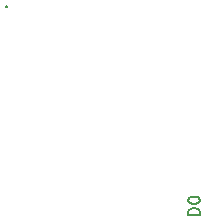
<source format=gbo>
%TF.GenerationSoftware,KiCad,Pcbnew,7.0.7*%
%TF.CreationDate,2023-09-28T15:46:00-05:00*%
%TF.ProjectId,iowa-rover-kiosk-mega-adapter,696f7761-2d72-46f7-9665-722d6b696f73,rev?*%
%TF.SameCoordinates,Original*%
%TF.FileFunction,Legend,Bot*%
%TF.FilePolarity,Positive*%
%FSLAX46Y46*%
G04 Gerber Fmt 4.6, Leading zero omitted, Abs format (unit mm)*
G04 Created by KiCad (PCBNEW 7.0.7) date 2023-09-28 15:46:00*
%MOMM*%
%LPD*%
G01*
G04 APERTURE LIST*
%ADD10C,0.150000*%
%ADD11O,1.727200X1.727200*%
%ADD12R,1.727200X1.727200*%
%ADD13C,3.200000*%
%ADD14R,1.700000X1.700000*%
%ADD15O,1.700000X1.700000*%
G04 APERTURE END LIST*
D10*
X193860180Y-102963094D02*
X194860180Y-102963094D01*
X194860180Y-102963094D02*
X194860180Y-102724999D01*
X194860180Y-102724999D02*
X194812561Y-102582142D01*
X194812561Y-102582142D02*
X194717323Y-102486904D01*
X194717323Y-102486904D02*
X194622085Y-102439285D01*
X194622085Y-102439285D02*
X194431609Y-102391666D01*
X194431609Y-102391666D02*
X194288752Y-102391666D01*
X194288752Y-102391666D02*
X194098276Y-102439285D01*
X194098276Y-102439285D02*
X194003038Y-102486904D01*
X194003038Y-102486904D02*
X193907800Y-102582142D01*
X193907800Y-102582142D02*
X193860180Y-102724999D01*
X193860180Y-102724999D02*
X193860180Y-102963094D01*
X194860180Y-101772618D02*
X194860180Y-101677380D01*
X194860180Y-101677380D02*
X194812561Y-101582142D01*
X194812561Y-101582142D02*
X194764942Y-101534523D01*
X194764942Y-101534523D02*
X194669704Y-101486904D01*
X194669704Y-101486904D02*
X194479228Y-101439285D01*
X194479228Y-101439285D02*
X194241133Y-101439285D01*
X194241133Y-101439285D02*
X194050657Y-101486904D01*
X194050657Y-101486904D02*
X193955419Y-101534523D01*
X193955419Y-101534523D02*
X193907800Y-101582142D01*
X193907800Y-101582142D02*
X193860180Y-101677380D01*
X193860180Y-101677380D02*
X193860180Y-101772618D01*
X193860180Y-101772618D02*
X193907800Y-101867856D01*
X193907800Y-101867856D02*
X193955419Y-101915475D01*
X193955419Y-101915475D02*
X194050657Y-101963094D01*
X194050657Y-101963094D02*
X194241133Y-102010713D01*
X194241133Y-102010713D02*
X194479228Y-102010713D01*
X194479228Y-102010713D02*
X194669704Y-101963094D01*
X194669704Y-101963094D02*
X194764942Y-101915475D01*
X194764942Y-101915475D02*
X194812561Y-101867856D01*
X194812561Y-101867856D02*
X194860180Y-101772618D01*
X178418580Y-85333999D02*
X178466200Y-85286380D01*
X178466200Y-85286380D02*
X178513819Y-85333999D01*
X178513819Y-85333999D02*
X178466200Y-85381618D01*
X178466200Y-85381618D02*
X178418580Y-85333999D01*
X178418580Y-85333999D02*
X178513819Y-85333999D01*
%LPC*%
D11*
%TO.C,A1*%
X147960000Y-84445000D03*
X196220000Y-60061000D03*
X196220000Y-57521000D03*
X173360000Y-102352000D03*
X170820000Y-102352000D03*
X147960000Y-71745000D03*
X173360000Y-104892000D03*
X175900000Y-102352000D03*
X147960000Y-69205000D03*
D12*
X153040000Y-135245000D03*
X153040000Y-132705000D03*
X170820000Y-104892000D03*
X147960000Y-81905000D03*
X147960000Y-79365000D03*
X196220000Y-65141000D03*
D11*
X155580000Y-135245000D03*
X155580000Y-132705000D03*
X158120000Y-135245000D03*
X158120000Y-132705000D03*
X160660000Y-135245000D03*
X160660000Y-132705000D03*
X163200000Y-135245000D03*
X163200000Y-132705000D03*
X165740000Y-135245000D03*
X165740000Y-132705000D03*
X168280000Y-135245000D03*
X168280000Y-132705000D03*
X170820000Y-135245000D03*
X170820000Y-132705000D03*
X173360000Y-135245000D03*
X173360000Y-132705000D03*
X175900000Y-135245000D03*
X175900000Y-132705000D03*
X178440000Y-135245000D03*
X178440000Y-132705000D03*
X180980000Y-135245000D03*
X180980000Y-132705000D03*
X183520000Y-135245000D03*
X183520000Y-132705000D03*
X186060000Y-135245000D03*
X186060000Y-132705000D03*
X188600000Y-135245000D03*
X188600000Y-132705000D03*
X191140000Y-135245000D03*
X191140000Y-132705000D03*
X193680000Y-135245000D03*
X193680000Y-132705000D03*
X196220000Y-125085000D03*
X196220000Y-122545000D03*
X196220000Y-120005000D03*
X196220000Y-117465000D03*
X196220000Y-114925000D03*
X196220000Y-112385000D03*
X196220000Y-109845000D03*
X196220000Y-107305000D03*
X196220000Y-67681000D03*
X196220000Y-70221000D03*
X196220000Y-72761000D03*
X196220000Y-75301000D03*
X196220000Y-77841000D03*
X196220000Y-80381000D03*
X196220000Y-84445000D03*
X196220000Y-86985000D03*
X196220000Y-89525000D03*
X196220000Y-92065000D03*
X196220000Y-94605000D03*
X196220000Y-97145000D03*
X196220000Y-99685000D03*
X196220000Y-102225000D03*
X196220000Y-62601000D03*
X147960000Y-130165000D03*
X147960000Y-127625000D03*
X147960000Y-125085000D03*
X147960000Y-122545000D03*
X147960000Y-120005000D03*
X147960000Y-117465000D03*
X147960000Y-114925000D03*
X147960000Y-112385000D03*
X147960000Y-107305000D03*
X147960000Y-104765000D03*
X147960000Y-102225000D03*
X147960000Y-99685000D03*
X147960000Y-97145000D03*
X147960000Y-94605000D03*
X147960000Y-92065000D03*
X147960000Y-89525000D03*
X196220000Y-135245000D03*
X196220000Y-132705000D03*
X175900000Y-104892000D03*
X147960000Y-76825000D03*
X147960000Y-74285000D03*
D13*
X147960000Y-135245000D03*
X196220000Y-128895000D03*
X153040000Y-104765000D03*
X180980000Y-104765000D03*
D11*
X147960000Y-66665000D03*
D13*
X196220000Y-53965000D03*
X147960000Y-52695000D03*
%TD*%
D14*
%TO.C,J1*%
X160020000Y-69850000D03*
D15*
X162560000Y-69850000D03*
X160020000Y-72390000D03*
X162560000Y-72390000D03*
X160020000Y-74930000D03*
X162560000Y-74930000D03*
X160020000Y-77470000D03*
X162560000Y-77470000D03*
X160020000Y-80010000D03*
X162560000Y-80010000D03*
X160020000Y-82550000D03*
X162560000Y-82550000D03*
X160020000Y-85090000D03*
X162560000Y-85090000D03*
X160020000Y-87630000D03*
X162560000Y-87630000D03*
X160020000Y-90170000D03*
X162560000Y-90170000D03*
X160020000Y-92710000D03*
X162560000Y-92710000D03*
X160020000Y-95250000D03*
X162560000Y-95250000D03*
X160020000Y-97790000D03*
X162560000Y-97790000D03*
X160020000Y-100330000D03*
X162560000Y-100330000D03*
X160020000Y-102870000D03*
X162560000Y-102870000D03*
X160020000Y-105410000D03*
X162560000Y-105410000D03*
X160020000Y-107950000D03*
X162560000Y-107950000D03*
X160020000Y-110490000D03*
X162560000Y-110490000D03*
X160020000Y-113030000D03*
X162560000Y-113030000D03*
X160020000Y-115570000D03*
X162560000Y-115570000D03*
X160020000Y-118110000D03*
X162560000Y-118110000D03*
%TD*%
%LPD*%
M02*

</source>
